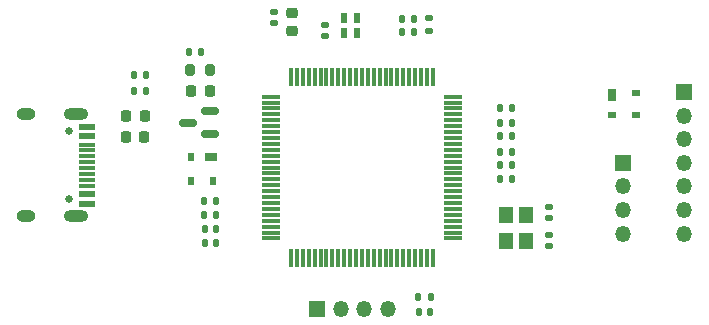
<source format=gbr>
%TF.GenerationSoftware,KiCad,Pcbnew,(6.0.8)*%
%TF.CreationDate,2022-11-06T21:15:53+08:00*%
%TF.ProjectId,JLinkV9-mini,4a4c696e-6b56-4392-9d6d-696e692e6b69,hinsshum*%
%TF.SameCoordinates,Original*%
%TF.FileFunction,Soldermask,Top*%
%TF.FilePolarity,Negative*%
%FSLAX46Y46*%
G04 Gerber Fmt 4.6, Leading zero omitted, Abs format (unit mm)*
G04 Created by KiCad (PCBNEW (6.0.8)) date 2022-11-06 21:15:53*
%MOMM*%
%LPD*%
G01*
G04 APERTURE LIST*
G04 Aperture macros list*
%AMRoundRect*
0 Rectangle with rounded corners*
0 $1 Rounding radius*
0 $2 $3 $4 $5 $6 $7 $8 $9 X,Y pos of 4 corners*
0 Add a 4 corners polygon primitive as box body*
4,1,4,$2,$3,$4,$5,$6,$7,$8,$9,$2,$3,0*
0 Add four circle primitives for the rounded corners*
1,1,$1+$1,$2,$3*
1,1,$1+$1,$4,$5*
1,1,$1+$1,$6,$7*
1,1,$1+$1,$8,$9*
0 Add four rect primitives between the rounded corners*
20,1,$1+$1,$2,$3,$4,$5,0*
20,1,$1+$1,$4,$5,$6,$7,0*
20,1,$1+$1,$6,$7,$8,$9,0*
20,1,$1+$1,$8,$9,$2,$3,0*%
G04 Aperture macros list end*
%ADD10R,1.350000X1.350000*%
%ADD11O,1.350000X1.350000*%
%ADD12RoundRect,0.135000X0.135000X0.185000X-0.135000X0.185000X-0.135000X-0.185000X0.135000X-0.185000X0*%
%ADD13RoundRect,0.075000X0.725000X0.075000X-0.725000X0.075000X-0.725000X-0.075000X0.725000X-0.075000X0*%
%ADD14RoundRect,0.075000X0.075000X0.725000X-0.075000X0.725000X-0.075000X-0.725000X0.075000X-0.725000X0*%
%ADD15R,1.200000X1.400000*%
%ADD16R,1.000000X0.700000*%
%ADD17R,0.600000X0.700000*%
%ADD18RoundRect,0.140000X0.170000X-0.140000X0.170000X0.140000X-0.170000X0.140000X-0.170000X-0.140000X0*%
%ADD19RoundRect,0.135000X-0.135000X-0.185000X0.135000X-0.185000X0.135000X0.185000X-0.135000X0.185000X0*%
%ADD20RoundRect,0.140000X0.140000X0.170000X-0.140000X0.170000X-0.140000X-0.170000X0.140000X-0.170000X0*%
%ADD21RoundRect,0.150000X0.587500X0.150000X-0.587500X0.150000X-0.587500X-0.150000X0.587500X-0.150000X0*%
%ADD22RoundRect,0.140000X-0.140000X-0.170000X0.140000X-0.170000X0.140000X0.170000X-0.140000X0.170000X0*%
%ADD23RoundRect,0.225000X0.225000X0.250000X-0.225000X0.250000X-0.225000X-0.250000X0.225000X-0.250000X0*%
%ADD24RoundRect,0.225000X0.250000X-0.225000X0.250000X0.225000X-0.250000X0.225000X-0.250000X-0.225000X0*%
%ADD25RoundRect,0.200000X-0.200000X-0.275000X0.200000X-0.275000X0.200000X0.275000X-0.200000X0.275000X0*%
%ADD26C,0.650000*%
%ADD27R,1.450000X0.600000*%
%ADD28R,1.450000X0.300000*%
%ADD29O,1.600000X1.000000*%
%ADD30O,2.100000X1.000000*%
%ADD31R,0.550000X0.850000*%
%ADD32RoundRect,0.140000X-0.170000X0.140000X-0.170000X-0.140000X0.170000X-0.140000X0.170000X0.140000X0*%
%ADD33RoundRect,0.135000X-0.185000X0.135000X-0.185000X-0.135000X0.185000X-0.135000X0.185000X0.135000X0*%
%ADD34R,0.700000X1.000000*%
%ADD35R,0.700000X0.600000*%
%ADD36RoundRect,0.218750X0.218750X0.256250X-0.218750X0.256250X-0.218750X-0.256250X0.218750X-0.256250X0*%
G04 APERTURE END LIST*
D10*
%TO.C,J2*%
X99400000Y-97800000D03*
D11*
X101400000Y-97800000D03*
X103400000Y-97800000D03*
X105400000Y-97800000D03*
%TD*%
D12*
%TO.C,R8*%
X115910000Y-83100000D03*
X114890000Y-83100000D03*
%TD*%
D13*
%TO.C,U2*%
X110875000Y-91800000D03*
X110875000Y-91300000D03*
X110875000Y-90800000D03*
X110875000Y-90300000D03*
X110875000Y-89800000D03*
X110875000Y-89300000D03*
X110875000Y-88800000D03*
X110875000Y-88300000D03*
X110875000Y-87800000D03*
X110875000Y-87300000D03*
X110875000Y-86800000D03*
X110875000Y-86300000D03*
X110875000Y-85800000D03*
X110875000Y-85300000D03*
X110875000Y-84800000D03*
X110875000Y-84300000D03*
X110875000Y-83800000D03*
X110875000Y-83300000D03*
X110875000Y-82800000D03*
X110875000Y-82300000D03*
X110875000Y-81800000D03*
X110875000Y-81300000D03*
X110875000Y-80800000D03*
X110875000Y-80300000D03*
X110875000Y-79800000D03*
D14*
X109200000Y-78125000D03*
X108700000Y-78125000D03*
X108200000Y-78125000D03*
X107700000Y-78125000D03*
X107200000Y-78125000D03*
X106700000Y-78125000D03*
X106200000Y-78125000D03*
X105700000Y-78125000D03*
X105200000Y-78125000D03*
X104700000Y-78125000D03*
X104200000Y-78125000D03*
X103700000Y-78125000D03*
X103200000Y-78125000D03*
X102700000Y-78125000D03*
X102200000Y-78125000D03*
X101700000Y-78125000D03*
X101200000Y-78125000D03*
X100700000Y-78125000D03*
X100200000Y-78125000D03*
X99700000Y-78125000D03*
X99200000Y-78125000D03*
X98700000Y-78125000D03*
X98200000Y-78125000D03*
X97700000Y-78125000D03*
X97200000Y-78125000D03*
D13*
X95525000Y-79800000D03*
X95525000Y-80300000D03*
X95525000Y-80800000D03*
X95525000Y-81300000D03*
X95525000Y-81800000D03*
X95525000Y-82300000D03*
X95525000Y-82800000D03*
X95525000Y-83300000D03*
X95525000Y-83800000D03*
X95525000Y-84300000D03*
X95525000Y-84800000D03*
X95525000Y-85300000D03*
X95525000Y-85800000D03*
X95525000Y-86300000D03*
X95525000Y-86800000D03*
X95525000Y-87300000D03*
X95525000Y-87800000D03*
X95525000Y-88300000D03*
X95525000Y-88800000D03*
X95525000Y-89300000D03*
X95525000Y-89800000D03*
X95525000Y-90300000D03*
X95525000Y-90800000D03*
X95525000Y-91300000D03*
X95525000Y-91800000D03*
D14*
X97200000Y-93475000D03*
X97700000Y-93475000D03*
X98200000Y-93475000D03*
X98700000Y-93475000D03*
X99200000Y-93475000D03*
X99700000Y-93475000D03*
X100200000Y-93475000D03*
X100700000Y-93475000D03*
X101200000Y-93475000D03*
X101700000Y-93475000D03*
X102200000Y-93475000D03*
X102700000Y-93475000D03*
X103200000Y-93475000D03*
X103700000Y-93475000D03*
X104200000Y-93475000D03*
X104700000Y-93475000D03*
X105200000Y-93475000D03*
X105700000Y-93475000D03*
X106200000Y-93475000D03*
X106700000Y-93475000D03*
X107200000Y-93475000D03*
X107700000Y-93475000D03*
X108200000Y-93475000D03*
X108700000Y-93475000D03*
X109200000Y-93475000D03*
%TD*%
D12*
%TO.C,R23*%
X115910000Y-84500000D03*
X114890000Y-84500000D03*
%TD*%
D15*
%TO.C,Y1*%
X115400000Y-89800000D03*
X115400000Y-92000000D03*
X117100000Y-92000000D03*
X117100000Y-89800000D03*
%TD*%
D12*
%TO.C,R6*%
X90880000Y-89800000D03*
X89860000Y-89800000D03*
%TD*%
D10*
%TO.C,J4*%
X130500000Y-79400000D03*
D11*
X130500000Y-81400000D03*
X130500000Y-83400000D03*
X130500000Y-85400000D03*
X130500000Y-87400000D03*
X130500000Y-89400000D03*
X130500000Y-91400000D03*
%TD*%
D16*
%TO.C,D2*%
X90430000Y-84900000D03*
D17*
X88730000Y-84900000D03*
X88730000Y-86900000D03*
X90630000Y-86900000D03*
%TD*%
D18*
%TO.C,C9*%
X100100000Y-74680000D03*
X100100000Y-73720000D03*
%TD*%
%TO.C,C5*%
X119000000Y-92480000D03*
X119000000Y-91520000D03*
%TD*%
D19*
%TO.C,R5*%
X89860000Y-88600000D03*
X90880000Y-88600000D03*
%TD*%
D20*
%TO.C,C7*%
X115880000Y-86800000D03*
X114920000Y-86800000D03*
%TD*%
D12*
%TO.C,R9*%
X84910000Y-79300000D03*
X83890000Y-79300000D03*
%TD*%
D21*
%TO.C,U1*%
X90337500Y-82950000D03*
X90337500Y-81050000D03*
X88462500Y-82000000D03*
%TD*%
D22*
%TO.C,C13*%
X114920000Y-85600000D03*
X115880000Y-85600000D03*
%TD*%
D23*
%TO.C,C4*%
X90300000Y-79300000D03*
X88750000Y-79300000D03*
%TD*%
D24*
%TO.C,C6*%
X97300000Y-74275000D03*
X97300000Y-72725000D03*
%TD*%
D18*
%TO.C,C15*%
X95800000Y-73600000D03*
X95800000Y-72640000D03*
%TD*%
D22*
%TO.C,C12*%
X108000000Y-98000000D03*
X108960000Y-98000000D03*
%TD*%
D10*
%TO.C,J3*%
X125300000Y-85400000D03*
D11*
X125300000Y-87400000D03*
X125300000Y-89400000D03*
X125300000Y-91400000D03*
%TD*%
D12*
%TO.C,R3*%
X115910000Y-80800000D03*
X114890000Y-80800000D03*
%TD*%
D25*
%TO.C,R2*%
X88650000Y-77500000D03*
X90300000Y-77500000D03*
%TD*%
D26*
%TO.C,J1*%
X78440000Y-82710000D03*
X78440000Y-88490000D03*
D27*
X79885000Y-82350000D03*
X79885000Y-83150000D03*
D28*
X79885000Y-84350000D03*
X79885000Y-85350000D03*
X79885000Y-85850000D03*
X79885000Y-86850000D03*
D27*
X79885000Y-88050000D03*
X79885000Y-88850000D03*
X79885000Y-88850000D03*
X79885000Y-88050000D03*
D28*
X79885000Y-87350000D03*
X79885000Y-86350000D03*
X79885000Y-84850000D03*
X79885000Y-83850000D03*
D27*
X79885000Y-83150000D03*
X79885000Y-82350000D03*
D29*
X74790000Y-89920000D03*
D30*
X78970000Y-89920000D03*
D29*
X74790000Y-81280000D03*
D30*
X78970000Y-81280000D03*
%TD*%
D31*
%TO.C,D1*%
X102775000Y-73125000D03*
X102775000Y-74450000D03*
X101650000Y-73125000D03*
X101650000Y-74450000D03*
%TD*%
D20*
%TO.C,C11*%
X107580000Y-73200000D03*
X106620000Y-73200000D03*
%TD*%
D19*
%TO.C,R7*%
X107990000Y-96800000D03*
X109010000Y-96800000D03*
%TD*%
D20*
%TO.C,C8*%
X115880000Y-82000000D03*
X114920000Y-82000000D03*
%TD*%
D23*
%TO.C,C2*%
X84775000Y-83200000D03*
X83225000Y-83200000D03*
%TD*%
D12*
%TO.C,R33*%
X89620000Y-76000000D03*
X88600000Y-76000000D03*
%TD*%
D32*
%TO.C,C3*%
X119000000Y-89140000D03*
X119000000Y-90100000D03*
%TD*%
D19*
%TO.C,R24*%
X83890000Y-78000000D03*
X84910000Y-78000000D03*
%TD*%
D12*
%TO.C,R32*%
X107610000Y-74300000D03*
X106590000Y-74300000D03*
%TD*%
D33*
%TO.C,R4*%
X108910000Y-73180000D03*
X108910000Y-74200000D03*
%TD*%
D20*
%TO.C,C10*%
X90880000Y-91000000D03*
X89920000Y-91000000D03*
%TD*%
D34*
%TO.C,D3*%
X124400000Y-79650000D03*
D35*
X124400000Y-81350000D03*
X126400000Y-81350000D03*
X126400000Y-79450000D03*
%TD*%
D22*
%TO.C,C14*%
X89920000Y-92200000D03*
X90880000Y-92200000D03*
%TD*%
D36*
%TO.C,F1*%
X84800000Y-81400000D03*
X83225000Y-81400000D03*
%TD*%
M02*

</source>
